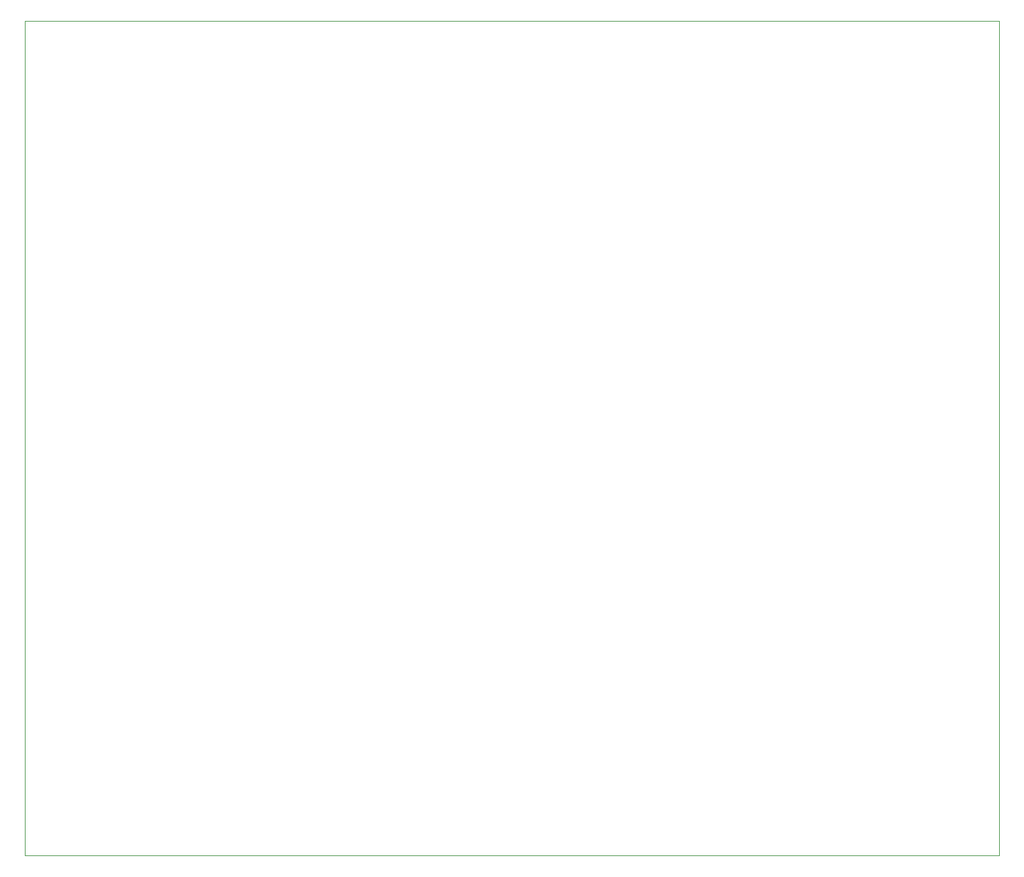
<source format=gbr>
G04 #@! TF.GenerationSoftware,KiCad,Pcbnew,(6.0.7)*
G04 #@! TF.CreationDate,2022-08-25T22:48:20+02:00*
G04 #@! TF.ProjectId,mixerli,6d697865-726c-4692-9e6b-696361645f70,rev?*
G04 #@! TF.SameCoordinates,Original*
G04 #@! TF.FileFunction,Profile,NP*
%FSLAX46Y46*%
G04 Gerber Fmt 4.6, Leading zero omitted, Abs format (unit mm)*
G04 Created by KiCad (PCBNEW (6.0.7)) date 2022-08-25 22:48:20*
%MOMM*%
%LPD*%
G01*
G04 APERTURE LIST*
G04 #@! TA.AperFunction,Profile*
%ADD10C,0.100000*%
G04 #@! TD*
G04 APERTURE END LIST*
D10*
X14000000Y-88000000D02*
X14000000Y-196000000D01*
X140000000Y-88000000D02*
X14000000Y-88000000D01*
X14000000Y-196000000D02*
X140000000Y-196000000D01*
X140000000Y-88000000D02*
X140000000Y-196000000D01*
M02*

</source>
